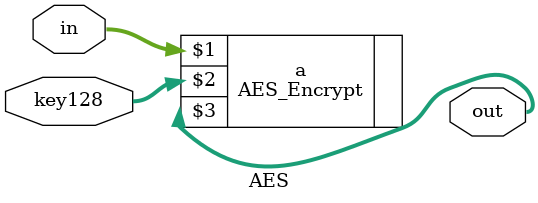
<source format=v>
`include "addRoundKey.v"
`include "subBytes.v"
`include "shiftRows.v"
`include "encryptRound.v"
`include "mixColumns.v"
`include "keyExpansion.v"
`include "sbox.v"
`include "AES_Encrypt.v"

module AES(in,out,key128);

input [127:0]in;
output [127:0]out;
input [127:0]key128;


AES_Encrypt a(in,key128,out);


endmodule
</source>
